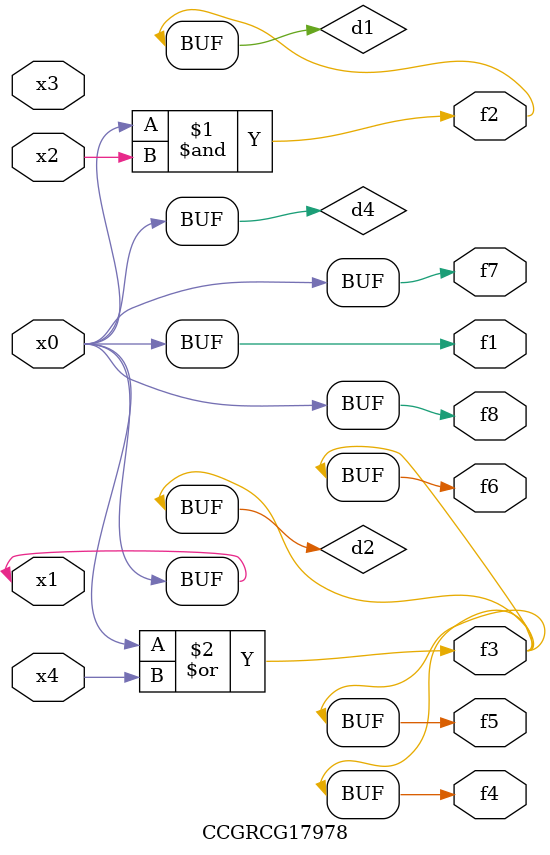
<source format=v>
module CCGRCG17978(
	input x0, x1, x2, x3, x4,
	output f1, f2, f3, f4, f5, f6, f7, f8
);

	wire d1, d2, d3, d4;

	and (d1, x0, x2);
	or (d2, x0, x4);
	nand (d3, x0, x2);
	buf (d4, x0, x1);
	assign f1 = d4;
	assign f2 = d1;
	assign f3 = d2;
	assign f4 = d2;
	assign f5 = d2;
	assign f6 = d2;
	assign f7 = d4;
	assign f8 = d4;
endmodule

</source>
